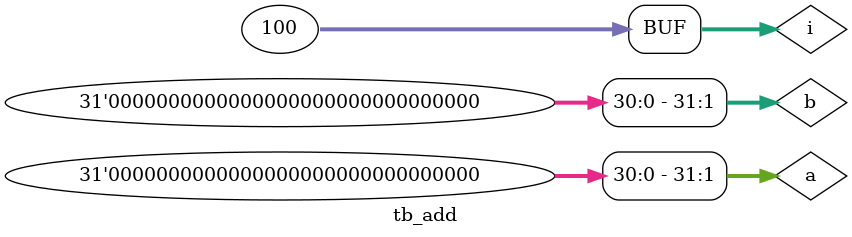
<source format=sv>
`include "../alu.sv"
`include "../add.sv"
`timescale 1ns / 1ps

module tb_add (
);
    reg [31:0] a;
    reg [31:0] b;
    wire [31:0] result;

    integer i;

    adder adder1 (
        .op1(a),
        .op2(b),
        .result(result)
    );

    initial begin
        for (i = 0; i < 100; i = i + 1) begin
            a = $random;
            b = $random;
            #1;
            if (result != a + b) begin
                $display("Error: result is not a + b");
            end
        end
    end
endmodule
</source>
